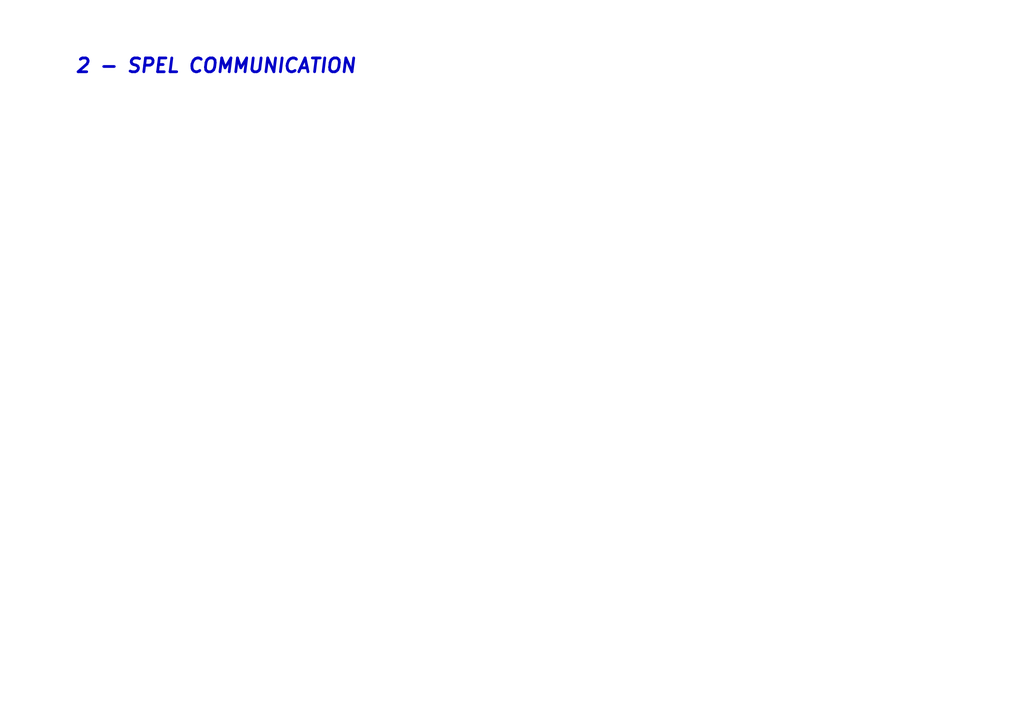
<source format=kicad_sch>
(kicad_sch (version 20230121) (generator eeschema)
  (paper "A4")
  (lib_symbols)
  (text "2 - SPEL COMMUNICATION" (at 21.59 21.59 0) (effects (font (size 4 4) (thickness 0.8) bold italic) (justify left bottom)))
)
</source>
